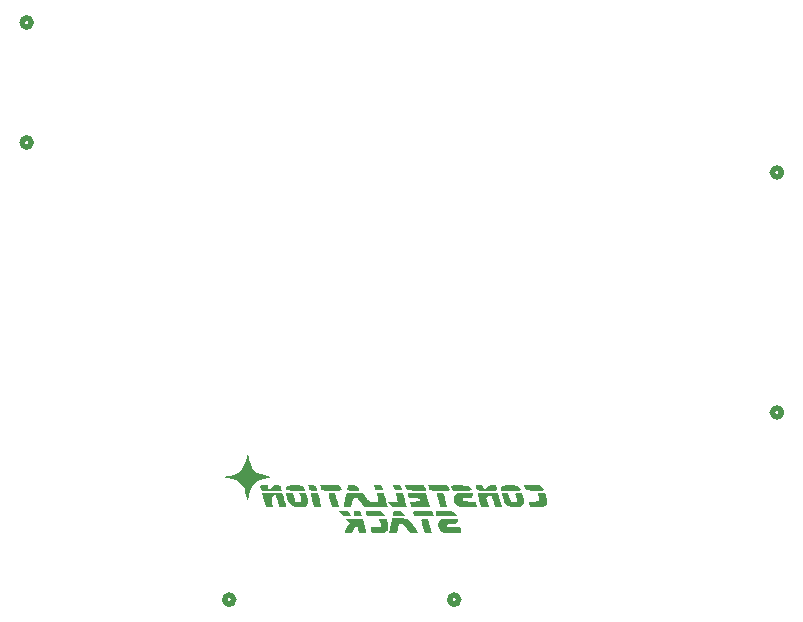
<source format=gbo>
G04 #@! TF.GenerationSoftware,KiCad,Pcbnew,9.0.0*
G04 #@! TF.CreationDate,2025-02-28T23:28:00-08:00*
G04 #@! TF.ProjectId,Constellation Saddle V1.1,436f6e73-7465-46c6-9c61-74696f6e2053,rev?*
G04 #@! TF.SameCoordinates,Original*
G04 #@! TF.FileFunction,Legend,Bot*
G04 #@! TF.FilePolarity,Positive*
%FSLAX46Y46*%
G04 Gerber Fmt 4.6, Leading zero omitted, Abs format (unit mm)*
G04 Created by KiCad (PCBNEW 9.0.0) date 2025-02-28 23:28:00*
%MOMM*%
%LPD*%
G01*
G04 APERTURE LIST*
G04 Aperture macros list*
%AMRoundRect*
0 Rectangle with rounded corners*
0 $1 Rounding radius*
0 $2 $3 $4 $5 $6 $7 $8 $9 X,Y pos of 4 corners*
0 Add a 4 corners polygon primitive as box body*
4,1,4,$2,$3,$4,$5,$6,$7,$8,$9,$2,$3,0*
0 Add four circle primitives for the rounded corners*
1,1,$1+$1,$2,$3*
1,1,$1+$1,$4,$5*
1,1,$1+$1,$6,$7*
1,1,$1+$1,$8,$9*
0 Add four rect primitives between the rounded corners*
20,1,$1+$1,$2,$3,$4,$5,0*
20,1,$1+$1,$4,$5,$6,$7,0*
20,1,$1+$1,$6,$7,$8,$9,0*
20,1,$1+$1,$8,$9,$2,$3,0*%
G04 Aperture macros list end*
%ADD10C,0.508000*%
%ADD11C,0.000000*%
%ADD12R,1.700000X1.700000*%
%ADD13O,1.700000X1.700000*%
%ADD14C,3.200000*%
%ADD15R,1.408000X1.408000*%
%ADD16C,1.408000*%
%ADD17C,2.400000*%
%ADD18C,1.900000*%
%ADD19C,5.600000*%
%ADD20C,2.800000*%
%ADD21RoundRect,0.249999X1.025001X-1.025001X1.025001X1.025001X-1.025001X1.025001X-1.025001X-1.025001X0*%
%ADD22C,2.550000*%
G04 APERTURE END LIST*
D10*
X39751000Y-85699600D02*
G75*
G02*
X38989000Y-85699600I-381000J0D01*
G01*
X38989000Y-85699600D02*
G75*
G02*
X39751000Y-85699600I381000J0D01*
G01*
X22605999Y-46990000D02*
G75*
G02*
X21844001Y-46990000I-380999J0D01*
G01*
X21844001Y-46990000D02*
G75*
G02*
X22605999Y-46990000I380999J0D01*
G01*
X58801000Y-85699600D02*
G75*
G02*
X58039000Y-85699600I-381000J0D01*
G01*
X58039000Y-85699600D02*
G75*
G02*
X58801000Y-85699600I381000J0D01*
G01*
X86131401Y-69850000D02*
G75*
G02*
X85369399Y-69850000I-381001J0D01*
G01*
X85369399Y-69850000D02*
G75*
G02*
X86131401Y-69850000I381001J0D01*
G01*
X22606000Y-36830000D02*
G75*
G02*
X21844000Y-36830000I-381000J0D01*
G01*
X21844000Y-36830000D02*
G75*
G02*
X22606000Y-36830000I381000J0D01*
G01*
X86131401Y-49530000D02*
G75*
G02*
X85369399Y-49530000I-381001J0D01*
G01*
X85369399Y-49530000D02*
G75*
G02*
X86131401Y-49530000I381001J0D01*
G01*
D11*
G36*
X65900218Y-76196323D02*
G01*
X65958575Y-76259937D01*
X66029624Y-76362065D01*
X66043163Y-76425310D01*
X65984325Y-76446351D01*
X65828127Y-76460888D01*
X65580021Y-76467027D01*
X65244640Y-76464540D01*
X64478982Y-76450593D01*
X64416779Y-76235553D01*
X64354577Y-76020513D01*
X65039492Y-76020513D01*
X65724407Y-76020513D01*
X65900218Y-76196323D01*
G37*
G36*
X55972424Y-76209350D02*
G01*
X56008322Y-76263785D01*
X56074500Y-76375432D01*
X56100742Y-76438263D01*
X56073455Y-76447901D01*
X55960636Y-76457992D01*
X55775646Y-76464459D01*
X55535049Y-76466788D01*
X55255408Y-76464466D01*
X54410074Y-76450593D01*
X54347863Y-76235553D01*
X54285653Y-76020513D01*
X55064879Y-76020513D01*
X55844106Y-76020513D01*
X55972424Y-76209350D01*
G37*
G36*
X52231823Y-76031081D02*
G01*
X52298157Y-76073546D01*
X52341668Y-76169166D01*
X52390043Y-76339272D01*
X52395132Y-76384270D01*
X52363283Y-76412039D01*
X52271760Y-76420543D01*
X52099981Y-76415168D01*
X52035632Y-76411994D01*
X51888795Y-76399634D01*
X51805884Y-76372010D01*
X51758673Y-76313943D01*
X51718937Y-76210254D01*
X51653450Y-76020513D01*
X51976276Y-76020513D01*
X52114976Y-76020441D01*
X52231823Y-76031081D01*
G37*
G36*
X53850946Y-76031081D02*
G01*
X53917281Y-76073546D01*
X53960791Y-76169166D01*
X54009167Y-76339272D01*
X54014255Y-76384270D01*
X53982406Y-76412039D01*
X53890883Y-76420543D01*
X53719105Y-76415168D01*
X53654755Y-76411994D01*
X53507919Y-76399634D01*
X53425007Y-76372010D01*
X53377796Y-76313943D01*
X53338061Y-76210254D01*
X53272573Y-76020513D01*
X53595399Y-76020513D01*
X53734100Y-76020441D01*
X53850946Y-76031081D01*
G37*
G36*
X46395555Y-76020519D02*
G01*
X46557412Y-76024168D01*
X46648866Y-76043366D01*
X46698584Y-76090975D01*
X46735235Y-76179856D01*
X46736596Y-76183782D01*
X46774912Y-76314309D01*
X46790782Y-76407546D01*
X46774689Y-76439578D01*
X46687901Y-76467352D01*
X46514275Y-76475892D01*
X46345515Y-76468070D01*
X46232569Y-76427902D01*
X46164894Y-76332662D01*
X46113750Y-76159657D01*
X46080487Y-76020513D01*
X46380087Y-76020513D01*
X46395555Y-76020519D01*
G37*
G36*
X49300347Y-78203168D02*
G01*
X49395498Y-78225259D01*
X49471817Y-78277571D01*
X49561001Y-78369894D01*
X49613065Y-78429224D01*
X49693678Y-78535428D01*
X49725443Y-78600248D01*
X49689561Y-78624564D01*
X49573732Y-78644221D01*
X49400363Y-78651589D01*
X49350027Y-78651501D01*
X49188356Y-78645220D01*
X49080210Y-78617723D01*
X48987059Y-78553377D01*
X48870375Y-78436549D01*
X48665467Y-78221509D01*
X49031013Y-78206194D01*
X49154670Y-78201507D01*
X49300347Y-78203168D01*
G37*
G36*
X46591693Y-76637439D02*
G01*
X46862433Y-76652983D01*
X47027160Y-77234856D01*
X47027668Y-77236651D01*
X47091598Y-77462965D01*
X47144208Y-77650123D01*
X47180062Y-77778727D01*
X47193725Y-77829378D01*
X47154564Y-77835476D01*
X47039333Y-77840213D01*
X46874384Y-77842027D01*
X46553206Y-77842027D01*
X46400325Y-77272804D01*
X46345996Y-77057644D01*
X46304063Y-76863572D01*
X46282138Y-76724973D01*
X46284199Y-76662738D01*
X46318973Y-76648301D01*
X46433544Y-76635795D01*
X46591693Y-76637439D01*
G37*
G36*
X47884955Y-76021139D02*
G01*
X48688192Y-76021766D01*
X48802037Y-76197522D01*
X48826510Y-76236505D01*
X48890305Y-76352787D01*
X48915882Y-76424584D01*
X48913081Y-76429901D01*
X48840614Y-76449448D01*
X48674695Y-76463884D01*
X48421503Y-76472826D01*
X48087216Y-76475892D01*
X47993255Y-76475863D01*
X47692672Y-76474047D01*
X47474809Y-76466170D01*
X47325019Y-76447782D01*
X47228655Y-76414435D01*
X47171069Y-76361677D01*
X47137614Y-76285060D01*
X47113642Y-76180133D01*
X47081718Y-76020513D01*
X47884955Y-76021139D01*
G37*
G36*
X50338085Y-78199054D02*
G01*
X50443323Y-78214920D01*
X50500144Y-78253882D01*
X50536257Y-78325998D01*
X50567642Y-78431046D01*
X50585603Y-78553688D01*
X50582887Y-78585709D01*
X50552093Y-78627845D01*
X50467722Y-78647037D01*
X50306064Y-78651589D01*
X50196797Y-78650806D01*
X50084714Y-78637038D01*
X50015188Y-78589586D01*
X49963738Y-78487557D01*
X49905882Y-78310055D01*
X49903063Y-78300892D01*
X49892787Y-78242109D01*
X49921467Y-78210838D01*
X50009845Y-78198425D01*
X50178665Y-78196210D01*
X50338085Y-78199054D01*
G37*
G36*
X53682367Y-78196255D02*
G01*
X53847466Y-78201535D01*
X53952576Y-78225450D01*
X54032928Y-78281912D01*
X54123752Y-78384830D01*
X54174144Y-78448084D01*
X54249552Y-78553628D01*
X54279228Y-78612520D01*
X54249720Y-78625265D01*
X54137725Y-78638881D01*
X53961661Y-78648160D01*
X53742322Y-78651589D01*
X53205416Y-78651589D01*
X53240940Y-78462233D01*
X53246729Y-78432432D01*
X53276046Y-78305680D01*
X53300154Y-78234544D01*
X53350426Y-78216317D01*
X53475836Y-78201782D01*
X53646061Y-78196210D01*
X53682367Y-78196255D01*
G37*
G36*
X56530822Y-78197463D02*
G01*
X56644666Y-78373219D01*
X56669139Y-78412202D01*
X56732934Y-78528484D01*
X56758511Y-78600282D01*
X56754116Y-78606825D01*
X56675775Y-78625881D01*
X56503947Y-78639928D01*
X56244499Y-78648615D01*
X55903301Y-78651589D01*
X55048092Y-78651589D01*
X54992544Y-78492246D01*
X54981526Y-78460778D01*
X54949230Y-78360388D01*
X54942528Y-78289260D01*
X54974019Y-78242374D01*
X55056303Y-78214709D01*
X55201980Y-78201245D01*
X55423649Y-78196961D01*
X55733909Y-78196837D01*
X56530822Y-78197463D01*
G37*
G36*
X56280957Y-79144916D02*
G01*
X56313101Y-79258929D01*
X56377634Y-79486826D01*
X56434163Y-79685374D01*
X56458490Y-79774606D01*
X56492268Y-79917715D01*
X56505523Y-80004134D01*
X56479568Y-80043658D01*
X56388650Y-80060864D01*
X56215339Y-80058198D01*
X55925154Y-80043023D01*
X55787326Y-79537047D01*
X55735017Y-79344855D01*
X55680536Y-79131827D01*
X55656345Y-78991458D01*
X55665431Y-78908617D01*
X55710783Y-78868177D01*
X55795389Y-78855007D01*
X55922237Y-78853979D01*
X56199110Y-78853979D01*
X56280957Y-79144916D01*
G37*
G36*
X57962575Y-76215432D02*
G01*
X57991920Y-76271297D01*
X58036753Y-76383469D01*
X58039356Y-76443122D01*
X58015787Y-76449830D01*
X57905623Y-76460161D01*
X57722853Y-76468424D01*
X57485515Y-76473906D01*
X57211652Y-76475892D01*
X57176733Y-76475888D01*
X56867932Y-76474492D01*
X56643913Y-76467326D01*
X56489712Y-76449682D01*
X56390366Y-76416849D01*
X56330909Y-76364119D01*
X56296378Y-76286784D01*
X56271810Y-76180133D01*
X56239886Y-76020513D01*
X57046455Y-76020513D01*
X57853024Y-76020513D01*
X57962575Y-76215432D01*
G37*
G36*
X49859899Y-76020739D02*
G01*
X50014629Y-76027405D01*
X50113950Y-76052734D01*
X50190854Y-76109164D01*
X50278333Y-76209133D01*
X50328726Y-76272386D01*
X50404134Y-76377931D01*
X50433810Y-76436822D01*
X50409771Y-76451107D01*
X50307368Y-76465475D01*
X50148021Y-76473423D01*
X49957444Y-76475219D01*
X49761350Y-76471125D01*
X49585451Y-76461406D01*
X49455460Y-76446328D01*
X49397091Y-76426155D01*
X49394001Y-76419834D01*
X49385339Y-76330533D01*
X49399736Y-76198465D01*
X49433120Y-76020513D01*
X49777988Y-76020513D01*
X49859899Y-76020739D01*
G37*
G36*
X52430655Y-78353245D02*
G01*
X52484099Y-78403411D01*
X52573982Y-78507604D01*
X52609507Y-78580934D01*
X52607389Y-78592021D01*
X52575682Y-78616669D01*
X52495614Y-78633749D01*
X52353986Y-78644461D01*
X52137599Y-78650007D01*
X51833253Y-78651589D01*
X51056999Y-78651589D01*
X50998393Y-78455978D01*
X50986301Y-78414929D01*
X50953112Y-78293074D01*
X50939786Y-78228288D01*
X50941475Y-78225983D01*
X51005486Y-78214337D01*
X51148416Y-78204880D01*
X51351456Y-78198531D01*
X51595794Y-78196210D01*
X52251803Y-78196210D01*
X52430655Y-78353245D01*
G37*
G36*
X59110526Y-76023792D02*
G01*
X59366793Y-76035413D01*
X59557460Y-76054213D01*
X59664783Y-76078909D01*
X59753920Y-76135265D01*
X59854809Y-76238025D01*
X59917742Y-76345508D01*
X59919978Y-76426723D01*
X59905125Y-76434960D01*
X59805303Y-76451542D01*
X59625865Y-76464480D01*
X59381766Y-76472891D01*
X59087965Y-76475892D01*
X58286339Y-76475892D01*
X58230791Y-76316548D01*
X58202333Y-76233754D01*
X58179829Y-76142434D01*
X58192220Y-76081799D01*
X58252767Y-76045568D01*
X58374728Y-76027463D01*
X58571363Y-76021204D01*
X58855931Y-76020513D01*
X59110526Y-76023792D01*
G37*
G36*
X63380843Y-76021153D02*
G01*
X63560437Y-76026043D01*
X63681670Y-76039655D01*
X63766653Y-76066462D01*
X63837497Y-76110935D01*
X63916312Y-76177548D01*
X63969756Y-76227713D01*
X64059639Y-76331907D01*
X64095164Y-76405237D01*
X64087632Y-76424189D01*
X64043558Y-76445572D01*
X63948906Y-76460395D01*
X63791027Y-76469697D01*
X63557276Y-76474516D01*
X63235005Y-76475892D01*
X62374846Y-76475892D01*
X62374846Y-76340732D01*
X62380994Y-76245868D01*
X62416307Y-76148877D01*
X62495642Y-76083795D01*
X62633209Y-76044673D01*
X62843221Y-76025562D01*
X63139891Y-76020513D01*
X63380843Y-76021153D01*
G37*
G36*
X42670803Y-76201681D02*
G01*
X42717674Y-76382849D01*
X42928108Y-76201681D01*
X42987651Y-76151738D01*
X43113774Y-76066547D01*
X43240744Y-76028949D01*
X43418449Y-76020513D01*
X43533703Y-76023808D01*
X43662389Y-76037731D01*
X43722047Y-76058847D01*
X43726146Y-76067072D01*
X43752317Y-76153675D01*
X43781262Y-76286536D01*
X43816785Y-76475892D01*
X42973712Y-76475892D01*
X42130638Y-76475892D01*
X42057324Y-76300425D01*
X42047083Y-76275403D01*
X42002225Y-76150691D01*
X41984009Y-76072736D01*
X42015879Y-76048741D01*
X42129231Y-76028162D01*
X42303970Y-76020513D01*
X42623931Y-76020513D01*
X42670803Y-76201681D01*
G37*
G36*
X45139085Y-76021044D02*
G01*
X45325205Y-76025471D01*
X45449854Y-76038053D01*
X45534762Y-76063048D01*
X45601661Y-76104714D01*
X45672284Y-76167307D01*
X45707674Y-76202481D01*
X45794626Y-76312322D01*
X45829427Y-76396220D01*
X45828911Y-76404920D01*
X45813473Y-76432698D01*
X45766239Y-76451845D01*
X45673336Y-76463479D01*
X45520895Y-76468715D01*
X45295046Y-76468672D01*
X44981917Y-76464466D01*
X44134407Y-76450593D01*
X44145614Y-76299177D01*
X44157811Y-76215224D01*
X44198367Y-76130874D01*
X44280251Y-76074573D01*
X44418375Y-76040976D01*
X44627651Y-76024738D01*
X44922990Y-76020513D01*
X45139085Y-76021044D01*
G37*
G36*
X48082963Y-76627732D02*
G01*
X48231002Y-76637049D01*
X48312645Y-76670937D01*
X48359220Y-76741529D01*
X48364976Y-76756186D01*
X48400131Y-76862152D01*
X48449944Y-77026219D01*
X48507102Y-77222555D01*
X48564290Y-77425331D01*
X48614193Y-77608715D01*
X48649500Y-77746878D01*
X48662894Y-77813988D01*
X48633294Y-77826239D01*
X48527071Y-77837630D01*
X48370210Y-77842027D01*
X48077527Y-77842027D01*
X47923163Y-77260256D01*
X47865456Y-77033289D01*
X47821707Y-76842400D01*
X47796539Y-76708995D01*
X47794200Y-76653085D01*
X47816369Y-76644711D01*
X47917096Y-76632490D01*
X48065240Y-76627684D01*
X48082963Y-76627732D01*
G37*
G36*
X54172219Y-76969218D02*
G01*
X54223905Y-77146570D01*
X54292092Y-77381075D01*
X54348726Y-77576390D01*
X54425567Y-77842027D01*
X53774777Y-77842027D01*
X53123987Y-77842027D01*
X52963690Y-77639637D01*
X52803394Y-77437246D01*
X53157691Y-77437246D01*
X53311281Y-77436865D01*
X53490083Y-77428691D01*
X53590787Y-77399259D01*
X53627737Y-77334914D01*
X53615275Y-77222002D01*
X53567745Y-77046867D01*
X53567517Y-77046067D01*
X53523419Y-76872985D01*
X53498966Y-76738270D01*
X53499448Y-76671028D01*
X53531650Y-76654124D01*
X53642576Y-76635091D01*
X53799394Y-76627684D01*
X54072553Y-76627684D01*
X54172219Y-76969218D01*
G37*
G36*
X57830935Y-78198146D02*
G01*
X58051006Y-78205664D01*
X58203957Y-78220548D01*
X58307419Y-78244572D01*
X58379026Y-78279509D01*
X58456194Y-78335709D01*
X58584663Y-78466993D01*
X58630623Y-78585363D01*
X58628962Y-78593535D01*
X58594305Y-78616943D01*
X58505774Y-78633512D01*
X58351550Y-78644182D01*
X58119814Y-78649894D01*
X57798748Y-78651589D01*
X57600979Y-78650495D01*
X57345454Y-78645469D01*
X57139082Y-78637069D01*
X56999210Y-78626072D01*
X56943182Y-78613255D01*
X56939083Y-78605030D01*
X56912912Y-78518427D01*
X56883968Y-78385566D01*
X56848444Y-78196210D01*
X57551183Y-78196210D01*
X57830935Y-78198146D01*
G37*
G36*
X57249563Y-76627858D02*
G01*
X57393053Y-76637971D01*
X57472080Y-76672004D01*
X57517388Y-76741529D01*
X57523144Y-76756186D01*
X57558298Y-76862152D01*
X57608112Y-77026219D01*
X57665269Y-77222555D01*
X57722457Y-77425331D01*
X57772361Y-77608715D01*
X57807667Y-77746878D01*
X57821061Y-77813988D01*
X57791054Y-77826295D01*
X57684418Y-77837647D01*
X57527200Y-77842027D01*
X57233338Y-77842027D01*
X57097120Y-77316407D01*
X57046506Y-77120879D01*
X56994482Y-76907138D01*
X56971047Y-76766188D01*
X56978790Y-76682897D01*
X57020299Y-76642137D01*
X57098164Y-76628776D01*
X57214974Y-76627684D01*
X57249563Y-76627858D01*
G37*
G36*
X52760636Y-79043720D02*
G01*
X52800270Y-79198480D01*
X52842893Y-79455641D01*
X52848025Y-79667894D01*
X52814007Y-79811392D01*
X52812773Y-79813653D01*
X52722570Y-79913162D01*
X52592874Y-79994563D01*
X52591653Y-79995089D01*
X52445669Y-80032231D01*
X52221523Y-80056799D01*
X51941467Y-80066341D01*
X51450519Y-80068322D01*
X51397825Y-79878581D01*
X51393002Y-79861215D01*
X51356325Y-79714679D01*
X51357055Y-79626128D01*
X51411138Y-79580958D01*
X51534521Y-79564565D01*
X51743152Y-79562346D01*
X51825722Y-79561923D01*
X52037427Y-79550971D01*
X52164164Y-79515769D01*
X52218151Y-79443837D01*
X52211604Y-79322696D01*
X52156743Y-79139865D01*
X52058384Y-78853979D01*
X52382165Y-78853979D01*
X52705946Y-78853979D01*
X52760636Y-79043720D01*
G37*
G36*
X50788583Y-79220812D02*
G01*
X50791196Y-79229844D01*
X50850345Y-79431676D01*
X50904601Y-79612569D01*
X50942519Y-79734338D01*
X50974860Y-79858221D01*
X50990384Y-79974677D01*
X50986495Y-80008291D01*
X50951491Y-80046417D01*
X50861062Y-80064039D01*
X50692417Y-80068322D01*
X50394450Y-80068322D01*
X50304887Y-79737450D01*
X50254506Y-79568358D01*
X50207430Y-79439698D01*
X50174406Y-79381289D01*
X50167417Y-79381070D01*
X50118178Y-79431768D01*
X50042657Y-79548779D01*
X49954128Y-79712161D01*
X49774769Y-80068322D01*
X49471819Y-80068322D01*
X49345865Y-80064306D01*
X49216187Y-80045393D01*
X49168870Y-80013948D01*
X49172032Y-79998388D01*
X49209285Y-79904776D01*
X49279622Y-79755337D01*
X49371873Y-79574261D01*
X49574877Y-79188947D01*
X49412546Y-79021463D01*
X49250214Y-78853979D01*
X49966363Y-78853979D01*
X50682513Y-78853979D01*
X50788583Y-79220812D01*
G37*
G36*
X60592969Y-76020554D02*
G01*
X60745791Y-76024655D01*
X60828954Y-76043758D01*
X60868386Y-76089461D01*
X60890016Y-76173359D01*
X60922156Y-76287751D01*
X60956631Y-76348482D01*
X60978505Y-76345800D01*
X61056942Y-76293290D01*
X61162411Y-76195636D01*
X61259261Y-76103034D01*
X61351184Y-76048087D01*
X61468369Y-76025131D01*
X61648728Y-76020513D01*
X61965308Y-76020513D01*
X62016387Y-76205506D01*
X62024194Y-76235547D01*
X62045878Y-76360612D01*
X62041078Y-76433195D01*
X62017538Y-76442188D01*
X61907922Y-76455555D01*
X61725654Y-76466241D01*
X61488521Y-76473326D01*
X61214310Y-76475892D01*
X61169738Y-76475886D01*
X60862302Y-76474424D01*
X60639306Y-76467141D01*
X60485838Y-76449373D01*
X60386988Y-76416454D01*
X60327842Y-76363717D01*
X60293490Y-76286499D01*
X60269021Y-76180133D01*
X60237097Y-76020513D01*
X60548272Y-76020513D01*
X60592969Y-76020554D01*
G37*
G36*
X65802126Y-76627727D02*
G01*
X65978801Y-76639414D01*
X66089095Y-76686676D01*
X66160012Y-76791031D01*
X66218554Y-76973999D01*
X66253370Y-77120968D01*
X66282600Y-77386395D01*
X66247627Y-77585083D01*
X66147649Y-77725545D01*
X66128383Y-77741716D01*
X66061217Y-77787348D01*
X65980176Y-77816625D01*
X65863436Y-77833117D01*
X65689171Y-77840395D01*
X65435558Y-77842027D01*
X64858885Y-77842027D01*
X64806191Y-77652286D01*
X64796932Y-77618369D01*
X64765888Y-77494038D01*
X64753216Y-77424597D01*
X64756571Y-77419653D01*
X64825495Y-77402848D01*
X64965179Y-77391081D01*
X65151519Y-77386649D01*
X65200918Y-77386477D01*
X65428008Y-77376452D01*
X65568666Y-77343338D01*
X65634984Y-77276527D01*
X65639054Y-77165411D01*
X65592969Y-76999382D01*
X65547225Y-76860490D01*
X65518326Y-76729282D01*
X65541448Y-76659792D01*
X65626650Y-76632450D01*
X65783989Y-76627684D01*
X65802126Y-76627727D01*
G37*
G36*
X53840161Y-78814603D02*
G01*
X54502555Y-78828681D01*
X54947465Y-79404144D01*
X55010316Y-79485882D01*
X55160809Y-79685559D01*
X55282054Y-79852113D01*
X55362944Y-79970072D01*
X55392376Y-80023965D01*
X55392110Y-80025688D01*
X55339448Y-80047233D01*
X55213096Y-80062514D01*
X55038659Y-80068322D01*
X54684942Y-80068322D01*
X54421124Y-79688840D01*
X54408439Y-79670601D01*
X54285704Y-79497832D01*
X54198096Y-79391344D01*
X54125518Y-79335116D01*
X54047872Y-79313127D01*
X53945060Y-79309358D01*
X53732813Y-79309358D01*
X53648386Y-79688840D01*
X53563959Y-80068322D01*
X53238526Y-80068322D01*
X53079856Y-80065801D01*
X52959235Y-80058688D01*
X52913093Y-80048593D01*
X52914872Y-80035105D01*
X52931935Y-79943453D01*
X52962887Y-79788228D01*
X53002546Y-79594400D01*
X53045733Y-79386941D01*
X53087266Y-79190820D01*
X53121966Y-79031007D01*
X53144651Y-78932473D01*
X53177768Y-78800526D01*
X53840161Y-78814603D01*
G37*
G36*
X44873803Y-77045115D02*
G01*
X44923450Y-77193402D01*
X44974117Y-77319981D01*
X45023822Y-77387272D01*
X45089886Y-77416269D01*
X45189629Y-77427968D01*
X45330357Y-77436263D01*
X45438433Y-77422018D01*
X45482577Y-77364214D01*
X45473482Y-77245354D01*
X45421838Y-77047942D01*
X45417741Y-77033607D01*
X45370081Y-76865031D01*
X45336290Y-76742293D01*
X45323451Y-76691093D01*
X45354512Y-76685405D01*
X45462217Y-76680264D01*
X45620369Y-76678282D01*
X45917288Y-76678282D01*
X45999852Y-76972538D01*
X46040558Y-77130657D01*
X46078469Y-77372928D01*
X46062057Y-77551763D01*
X45988438Y-77683280D01*
X45854726Y-77783600D01*
X45763517Y-77810611D01*
X45591599Y-77830796D01*
X45379964Y-77838796D01*
X45161279Y-77834463D01*
X44968208Y-77817651D01*
X44833419Y-77788211D01*
X44813499Y-77780514D01*
X44680047Y-77715301D01*
X44570431Y-77627033D01*
X44475267Y-77500617D01*
X44385169Y-77320956D01*
X44290753Y-77072959D01*
X44182634Y-76741529D01*
X44195457Y-76707836D01*
X44282368Y-76685223D01*
X44457961Y-76678282D01*
X44753040Y-76678282D01*
X44873803Y-77045115D01*
G37*
G36*
X58731818Y-78966978D02*
G01*
X58731065Y-78999817D01*
X58700681Y-79134073D01*
X58615050Y-79222417D01*
X58459337Y-79274474D01*
X58218708Y-79299866D01*
X58130117Y-79305252D01*
X57928453Y-79327381D01*
X57815539Y-79361777D01*
X57782205Y-79412673D01*
X57819281Y-79484305D01*
X57822201Y-79487679D01*
X57879167Y-79523947D01*
X57983155Y-79546881D01*
X58152160Y-79558880D01*
X58404179Y-79562346D01*
X58924309Y-79562346D01*
X58979856Y-79721689D01*
X59019019Y-79861427D01*
X59035404Y-79974677D01*
X59028573Y-80011465D01*
X58997639Y-80037349D01*
X58927184Y-80053946D01*
X58801791Y-80063287D01*
X58606044Y-80067402D01*
X58324524Y-80068322D01*
X58258434Y-80068241D01*
X57952949Y-80063859D01*
X57725905Y-80049391D01*
X57558157Y-80020128D01*
X57430563Y-79971363D01*
X57323982Y-79898387D01*
X57219270Y-79796494D01*
X57131011Y-79659831D01*
X57074580Y-79421474D01*
X57074125Y-79416695D01*
X57068664Y-79252628D01*
X57099313Y-79138703D01*
X57178541Y-79027692D01*
X57306078Y-78879278D01*
X58018948Y-78862804D01*
X58731818Y-78846331D01*
X58731818Y-78966978D01*
G37*
G36*
X61441195Y-76629805D02*
G01*
X61680462Y-76633549D01*
X61884566Y-76640861D01*
X62032585Y-76651795D01*
X62103597Y-76666407D01*
X62135667Y-76720363D01*
X62187206Y-76853858D01*
X62249227Y-77045009D01*
X62314425Y-77272804D01*
X62467617Y-77842027D01*
X62171833Y-77842027D01*
X61876050Y-77842027D01*
X61793135Y-77551091D01*
X61758903Y-77430492D01*
X61700923Y-77224530D01*
X61654521Y-77057764D01*
X61641720Y-77012976D01*
X61600283Y-76887468D01*
X61569135Y-76819687D01*
X61544736Y-76818045D01*
X61460376Y-76861198D01*
X61344001Y-76948088D01*
X61148554Y-77112176D01*
X61251825Y-77477101D01*
X61355096Y-77842027D01*
X61033520Y-77842027D01*
X60943939Y-77841178D01*
X60797460Y-77830638D01*
X60718772Y-77803362D01*
X60684754Y-77753481D01*
X60677830Y-77730779D01*
X60615271Y-77513232D01*
X60554419Y-77282577D01*
X60500443Y-77060909D01*
X60458514Y-76870324D01*
X60433799Y-76732919D01*
X60431468Y-76670790D01*
X60449681Y-76662686D01*
X60550934Y-76649412D01*
X60721635Y-76639433D01*
X60940860Y-76632802D01*
X61187687Y-76629574D01*
X61441195Y-76629805D01*
G37*
G36*
X55456492Y-76628666D02*
G01*
X55713511Y-76634488D01*
X55887124Y-76646309D01*
X55988095Y-76665003D01*
X56027190Y-76691444D01*
X56044144Y-76745102D01*
X56083394Y-76881052D01*
X56137046Y-77073162D01*
X56198654Y-77298615D01*
X56345652Y-77842027D01*
X55567806Y-77842027D01*
X54789961Y-77842027D01*
X54737267Y-77652286D01*
X54728007Y-77618369D01*
X54696964Y-77494038D01*
X54684291Y-77424597D01*
X54688322Y-77419226D01*
X54759395Y-77402624D01*
X54900857Y-77391016D01*
X55088790Y-77386649D01*
X55249000Y-77385940D01*
X55386941Y-77379655D01*
X55459931Y-77361611D01*
X55488599Y-77325639D01*
X55493571Y-77265568D01*
X55487172Y-77203495D01*
X55448332Y-77142074D01*
X55359322Y-77105409D01*
X55203220Y-77087679D01*
X54963107Y-77083063D01*
X54823890Y-77082563D01*
X54687862Y-77075643D01*
X54611291Y-77053057D01*
X54569339Y-77005513D01*
X54537166Y-76923720D01*
X54533494Y-76913207D01*
X54497540Y-76805211D01*
X54485987Y-76728574D01*
X54511632Y-76677923D01*
X54587274Y-76647882D01*
X54725713Y-76633079D01*
X54939745Y-76628137D01*
X55242171Y-76627684D01*
X55456492Y-76628666D01*
G37*
G36*
X59582388Y-76678880D02*
G01*
X59791323Y-76682492D01*
X59926707Y-76691192D01*
X60004121Y-76707020D01*
X60039144Y-76732016D01*
X60047356Y-76768219D01*
X60028766Y-76852628D01*
X59968590Y-76970609D01*
X59924708Y-77021815D01*
X59852546Y-77060776D01*
X59735179Y-77078725D01*
X59544706Y-77083063D01*
X59337823Y-77090542D01*
X59205233Y-77116310D01*
X59132055Y-77164435D01*
X59098411Y-77222136D01*
X59119739Y-77295200D01*
X59234275Y-77346489D01*
X59444041Y-77376730D01*
X59751062Y-77386649D01*
X60244990Y-77386649D01*
X60297683Y-77576390D01*
X60306943Y-77610307D01*
X60337986Y-77734638D01*
X60350659Y-77804079D01*
X60335636Y-77811512D01*
X60239335Y-77823598D01*
X60068698Y-77833274D01*
X59840997Y-77839698D01*
X59573502Y-77842027D01*
X59527364Y-77842013D01*
X59239283Y-77840611D01*
X59032309Y-77835459D01*
X58888754Y-77824508D01*
X58790932Y-77805709D01*
X58721154Y-77777011D01*
X58661734Y-77736364D01*
X58555159Y-77635834D01*
X58427579Y-77433673D01*
X58377949Y-77216870D01*
X58409518Y-77007135D01*
X58525535Y-76826183D01*
X58673436Y-76678282D01*
X59360396Y-76678282D01*
X59582388Y-76678880D01*
G37*
G36*
X63103656Y-76993478D02*
G01*
X63150599Y-77147572D01*
X63203762Y-77292606D01*
X63244641Y-77372960D01*
X63264782Y-77388886D01*
X63371389Y-77423461D01*
X63519487Y-77437246D01*
X63627428Y-77433205D01*
X63709287Y-77406974D01*
X63738607Y-77340167D01*
X63721615Y-77214521D01*
X63664537Y-77011774D01*
X63637852Y-76921037D01*
X63602880Y-76790360D01*
X63589188Y-76720838D01*
X63620464Y-76701899D01*
X63728346Y-76684852D01*
X63886623Y-76678282D01*
X64184057Y-76678282D01*
X64266105Y-77004916D01*
X64312428Y-77201107D01*
X64339537Y-77374913D01*
X64331488Y-77498165D01*
X64285865Y-77596143D01*
X64200252Y-77694126D01*
X64132857Y-77757418D01*
X64059260Y-77804400D01*
X63964699Y-77829702D01*
X63822435Y-77839967D01*
X63605730Y-77841838D01*
X63402148Y-77838519D01*
X63225268Y-77823202D01*
X63096479Y-77790887D01*
X62986910Y-77736670D01*
X62868270Y-77657574D01*
X62766527Y-77565236D01*
X62683600Y-77448557D01*
X62609091Y-77288972D01*
X62532604Y-77067917D01*
X62443742Y-76766828D01*
X62438440Y-76731328D01*
X62464734Y-76697405D01*
X62550815Y-76681949D01*
X62717324Y-76678282D01*
X63016024Y-76678282D01*
X63103656Y-76993478D01*
G37*
G36*
X43250069Y-76630956D02*
G01*
X43487264Y-76638464D01*
X43685661Y-76649486D01*
X43824569Y-76663832D01*
X43883292Y-76681312D01*
X43901394Y-76730313D01*
X43940768Y-76856524D01*
X43993406Y-77034085D01*
X44052291Y-77238347D01*
X44110409Y-77444658D01*
X44160744Y-77628368D01*
X44196281Y-77764825D01*
X44210006Y-77829378D01*
X44179755Y-77834953D01*
X44072864Y-77840058D01*
X43915372Y-77842027D01*
X43620439Y-77842027D01*
X43478850Y-77335056D01*
X43433703Y-77178579D01*
X43375547Y-76992412D01*
X43328943Y-76860955D01*
X43301123Y-76805750D01*
X43279608Y-76808215D01*
X43201439Y-76860232D01*
X43096246Y-76957508D01*
X43030095Y-77028790D01*
X42978874Y-77105191D01*
X42958465Y-77191552D01*
X42968312Y-77309653D01*
X43007859Y-77481270D01*
X43076549Y-77728182D01*
X43081693Y-77746938D01*
X43086434Y-77800366D01*
X43051490Y-77828768D01*
X42956363Y-77840026D01*
X42780550Y-77842027D01*
X42452140Y-77842027D01*
X42300548Y-77272804D01*
X42245696Y-77058209D01*
X42200922Y-76864587D01*
X42174427Y-76726786D01*
X42170663Y-76665633D01*
X42206449Y-76652742D01*
X42327213Y-76639843D01*
X42512651Y-76631404D01*
X42742069Y-76627236D01*
X42994773Y-76627150D01*
X43250069Y-76630956D01*
G37*
G36*
X40961305Y-73321791D02*
G01*
X40988432Y-73422109D01*
X41021479Y-73575166D01*
X41085914Y-73867027D01*
X41201432Y-74243634D01*
X41346066Y-74540509D01*
X41530998Y-74770344D01*
X41767407Y-74945828D01*
X42066477Y-75079655D01*
X42439388Y-75184514D01*
X42647598Y-75232909D01*
X42808052Y-75275797D01*
X42876270Y-75308806D01*
X42855805Y-75338548D01*
X42750210Y-75371638D01*
X42563038Y-75414689D01*
X42314573Y-75474931D01*
X41959168Y-75591532D01*
X41681795Y-75736971D01*
X41467932Y-75925555D01*
X41303057Y-76171588D01*
X41172649Y-76489378D01*
X41062185Y-76893230D01*
X40954271Y-77355948D01*
X40839042Y-76886197D01*
X40815991Y-76795942D01*
X40747882Y-76558552D01*
X40677094Y-76345123D01*
X40615702Y-76193120D01*
X40568589Y-76106009D01*
X40370771Y-75864410D01*
X40093644Y-75669243D01*
X39732363Y-75517653D01*
X39282082Y-75406781D01*
X39280970Y-75406576D01*
X39118577Y-75371053D01*
X39008675Y-75336237D01*
X38975001Y-75309639D01*
X38994210Y-75296359D01*
X39090559Y-75265672D01*
X39234968Y-75237616D01*
X39344695Y-75219846D01*
X39766450Y-75118202D01*
X40106053Y-74969549D01*
X40373958Y-74763993D01*
X40580617Y-74491640D01*
X40736485Y-74142593D01*
X40852014Y-73706959D01*
X40862430Y-73656615D01*
X40900879Y-73479026D01*
X40931326Y-73350796D01*
X40947935Y-73296879D01*
X40961305Y-73321791D01*
G37*
G36*
X50661499Y-76631754D02*
G01*
X50889188Y-76937135D01*
X50903235Y-76955973D01*
X51056204Y-77158627D01*
X51169006Y-77294513D01*
X51260483Y-77376974D01*
X51349477Y-77419354D01*
X51454832Y-77434997D01*
X51595388Y-77437246D01*
X51657592Y-77437202D01*
X51852545Y-77431875D01*
X51964613Y-77406014D01*
X52008495Y-77343230D01*
X51998893Y-77227133D01*
X51950508Y-77041333D01*
X51948914Y-77035575D01*
X51908088Y-76862292D01*
X51889417Y-76728499D01*
X51896938Y-76662738D01*
X51932335Y-76648449D01*
X52048126Y-76635818D01*
X52206741Y-76637439D01*
X52293041Y-76643415D01*
X52415410Y-76663417D01*
X52478561Y-76704332D01*
X52511021Y-76779477D01*
X52522165Y-76819894D01*
X52561032Y-76960622D01*
X52614794Y-77155115D01*
X52675332Y-77373999D01*
X52804815Y-77842027D01*
X51805692Y-77842027D01*
X50806569Y-77842027D01*
X50539674Y-77459766D01*
X50532370Y-77449307D01*
X50406932Y-77273178D01*
X50318576Y-77164761D01*
X50248468Y-77108771D01*
X50177773Y-77089924D01*
X50087657Y-77092933D01*
X50014775Y-77100371D01*
X49945495Y-77122527D01*
X49898288Y-77178025D01*
X49857331Y-77288401D01*
X49806799Y-77475194D01*
X49711062Y-77842027D01*
X49389368Y-77842027D01*
X49234231Y-77839565D01*
X49113790Y-77832445D01*
X49067674Y-77822298D01*
X49070803Y-77799031D01*
X49090363Y-77694005D01*
X49123257Y-77529786D01*
X49164117Y-77331959D01*
X49207572Y-77126107D01*
X49248253Y-76937812D01*
X49280791Y-76792659D01*
X49299816Y-76716230D01*
X49308583Y-76695775D01*
X49341923Y-76665758D01*
X49410767Y-76646189D01*
X49531532Y-76635022D01*
X49720635Y-76630213D01*
X49994490Y-76629719D01*
X50661499Y-76631754D01*
G37*
%LPC*%
D12*
X69850000Y-27940000D03*
D13*
X67310000Y-27940000D03*
X64770001Y-27940000D03*
X62230000Y-27940000D03*
X59690000Y-27940000D03*
X57150000Y-27940000D03*
X54610000Y-27940000D03*
X52069999Y-27940000D03*
D14*
X52070000Y-11938000D03*
X39370000Y-11938000D03*
D15*
X42150000Y-14478000D03*
D16*
X43170000Y-16258000D03*
X44190000Y-14478000D03*
X45210000Y-16258000D03*
X46230000Y-14478000D03*
X47250000Y-16258000D03*
X48270000Y-14478000D03*
X49290000Y-16258000D03*
X38860000Y-21077999D03*
X41150000Y-21078000D03*
X50290000Y-21078000D03*
X52580000Y-21077999D03*
D17*
X53845000Y-15368000D03*
X37595000Y-15368000D03*
D18*
X39370000Y-87630000D03*
X39370000Y-92630000D03*
X42870003Y-87630000D03*
X42870003Y-92630000D03*
X46370004Y-87630000D03*
X46370004Y-92630000D03*
X49870004Y-87630000D03*
X49870004Y-92630000D03*
D19*
X78740000Y-78740000D03*
D12*
X27940000Y-57150000D03*
D13*
X27940000Y-54610000D03*
X27940000Y-52070001D03*
X27940000Y-49530000D03*
X27940000Y-46990000D03*
X27940000Y-44450000D03*
X27940000Y-41910000D03*
X27940000Y-39369999D03*
D19*
X29210000Y-78740000D03*
D18*
X20320000Y-46990000D03*
X15320000Y-46990000D03*
X20320000Y-50490000D03*
X15320001Y-50490001D03*
X20320000Y-53990002D03*
X15320000Y-53990002D03*
X20320000Y-57490003D03*
X15320000Y-57490003D03*
X20320000Y-60990003D03*
X15320000Y-60990003D03*
X20320000Y-64490003D03*
X15320000Y-64490003D03*
X20320000Y-67990004D03*
X15320000Y-67990004D03*
X20320000Y-71490005D03*
X15320000Y-71490005D03*
X58420000Y-87630000D03*
X58420000Y-92630000D03*
X61920003Y-87630000D03*
X61920003Y-92630000D03*
X65420004Y-87630000D03*
X65420004Y-92630000D03*
X68920004Y-87630000D03*
X68920004Y-92630000D03*
X87630000Y-69850000D03*
X92630000Y-69850000D03*
X87630000Y-66349997D03*
X92630000Y-66349997D03*
X87630000Y-62849996D03*
X92630000Y-62849996D03*
X87630000Y-59349996D03*
X92630000Y-59349996D03*
D12*
X80010000Y-44450000D03*
D13*
X80010000Y-46990000D03*
X80010000Y-49530000D03*
X80010000Y-52070000D03*
X80010000Y-54610000D03*
X80010000Y-57150000D03*
X80010000Y-59690000D03*
X80010000Y-62230000D03*
D18*
X20320000Y-36830000D03*
X15320000Y-36830000D03*
X20320000Y-40330000D03*
X15320000Y-40330000D03*
D19*
X78740000Y-29210000D03*
D20*
X72865000Y-15900000D03*
X72865000Y-11100000D03*
D21*
X67150000Y-15900000D03*
D22*
X67150000Y-11099999D03*
D19*
X29210000Y-29210000D03*
D18*
X87630000Y-49530000D03*
X92630000Y-49530000D03*
X87630000Y-46029997D03*
X92630000Y-46029997D03*
X87630000Y-42529996D03*
X92630000Y-42529996D03*
X87630000Y-39029996D03*
X92630000Y-39029996D03*
%LPD*%
M02*

</source>
